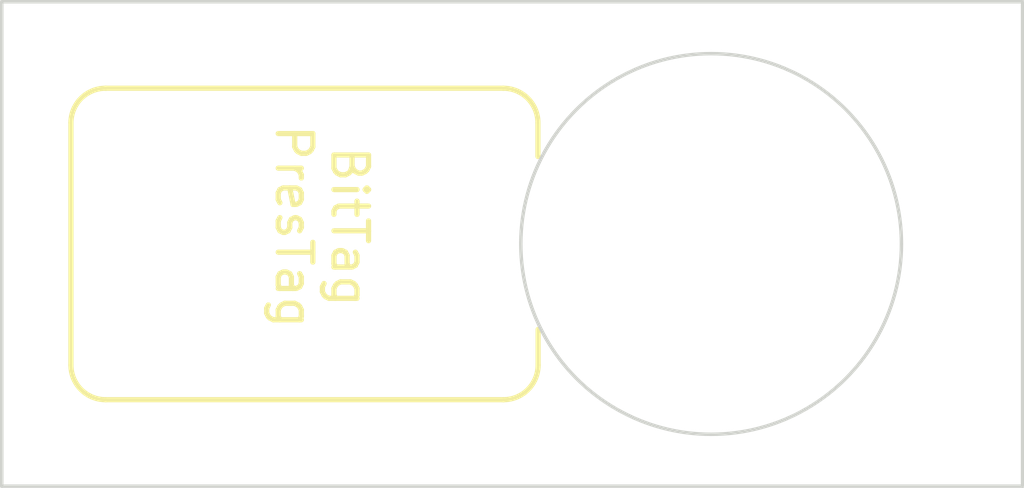
<source format=kicad_pcb>
(kicad_pcb (version 20211014) (generator pcbnew)
  (layers (0 "F.Cu" signal) (31 "B.Cu" signal) (34 "B.Paste" user) (35 "F.Paste" user) (36 "B.SilkS" user "B.Silkscreen") (37 "F.SilkS" user "F.Silkscreen") (38 "B.Mask" user) (39 "F.Mask" user) (44 "Edge.Cuts" user))
  (net 0 "")
  (footprint "library:taghole1.1mm" (layer "F.Cu") (at 138.721876 96.579589)
    (fp_text reference "J303" hide)
    (fp_text value "Conn_01x01" hide)
    (pad "" np_thru_hole circle (at 0.615 -0.03) (size 1.422 1.422) (drill 1.422) (layers F&B.Cu *.Mask))
  )
  (footprint "library:taghole1.1mm" (layer "F.Cu") (at 149.691876 96.579589)
    (fp_text reference "J301" hide)
    (fp_text value "Conn_01x01" hide)
    (pad "" np_thru_hole circle locked (at 0.645 -0.03) (size 1.422 1.422) (drill 1.422) (layers F&B.Cu *.Mask))
  )
  (footprint "library:taghole1.1mm" (layer "F.Cu") (at 138.721876 90.079589)
    (fp_text reference "J304" hide)
    (fp_text value "Conn_01x01" hide)
    (pad "" np_thru_hole circle (at 0.615 -0.03) (size 1.422 1.422) (drill 1.422) (layers F&B.Cu *.Mask))
  )
  (footprint "library:taghole1.1mm" (layer "F.Cu") (at 149.691876 90.079589)
    (fp_text reference "J302" hide)
    (fp_text value "Conn_01x01" hide)
    (pad "" np_thru_hole circle (at 0.645 -0.03) (size 1.422 1.422) (drill 1.422) (layers F&B.Cu *.Mask))
  )
  (gr_arc (start 150.581876 88.829589) (mid 151.288997 89.122468) (end 151.581876 89.829589) (layer "F.SilkS") (width 0.15))
  (gr_line (start 138.086876 96.829589) (end 138.086876 89.829589) (layer "F.SilkS") (width 0.15))
  (gr_line (start 150.586876 97.829589) (end 139.086876 97.829589) (layer "F.SilkS") (width 0.15))
  (gr_line (start 139.086876 88.829589) (end 150.581876 88.829589) (layer "F.SilkS") (width 0.15))
  (gr_arc (start 138.086876 89.829589) (mid 138.37977 89.122483) (end 139.086876 88.829589) (layer "F.SilkS") (width 0.15))
  (gr_arc (start 151.586876 96.829589) (mid 151.293983 97.536696) (end 150.586876 97.829589) (layer "F.SilkS") (width 0.15))
  (gr_line (start 151.581876 89.829589) (end 151.581876 90.799589) (layer "F.SilkS") (width 0.15))
  (gr_line (start 151.586876 96.829589) (end 151.586876 95.799589) (layer "F.SilkS") (width 0.15))
  (gr_arc (start 139.086876 97.829589) (mid 138.379784 97.536681) (end 138.086876 96.829589) (layer "F.SilkS") (width 0.15))
  (gr_line (start 165.586876 86.329589) (end 165.586876 100.329589) (layer "Edge.Cuts") (width 0.1))
  (gr_circle (center 156.586876 93.329589) (end 156.586876 87.829589) (layer "Edge.Cuts") (width 0.1) (fill none))
  (gr_line (start 136.086876 100.329589) (end 165.586876 100.329589) (layer "Edge.Cuts") (width 0.1))
  (gr_line (start 136.086876 86.329589) (end 136.086876 100.329589) (layer "Edge.Cuts") (width 0.1))
  (gr_line (start 165.586876 86.329589) (end 136.086876 86.329589) (layer "Edge.Cuts") (width 0.1))
  (gr_text "BitTag\nPresTag" (at 145.336876 92.829589 270) (layer "F.SilkS") (effects (font (size 1 1))))
)
</source>
